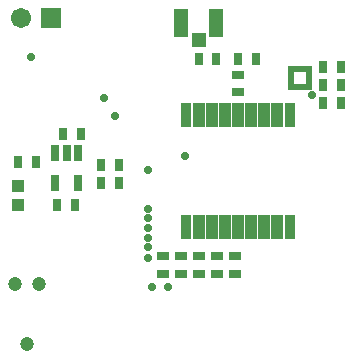
<source format=gbs>
G04*
G04 #@! TF.GenerationSoftware,Altium Limited,Altium Designer,19.0.14 (431)*
G04*
G04 Layer_Color=16711935*
%FSAX25Y25*%
%MOIN*%
G70*
G01*
G75*
%ADD49R,0.03162X0.04343*%
%ADD50R,0.04343X0.03162*%
%ADD58R,0.06706X0.06706*%
%ADD59R,0.04737X0.04737*%
%ADD60R,0.04934X0.09461*%
%ADD63C,0.06706*%
%ADD64C,0.04702*%
%ADD65C,0.02769*%
%ADD84R,0.02178X0.02276*%
%ADD85R,0.02276X0.02178*%
%ADD86R,0.03000X0.05800*%
%ADD87R,0.03950X0.03950*%
%ADD88R,0.03556X0.07887*%
%ADD89R,0.03950X0.07887*%
G36*
X0769402Y0628968D02*
Y0636055D01*
X0766646D01*
Y0628968D01*
X0769402D01*
D02*
G37*
G36*
X0773929D02*
Y0636055D01*
X0770780D01*
Y0628968D01*
X0773929D01*
D02*
G37*
G36*
X0778260D02*
Y0636055D01*
X0775110D01*
Y0628968D01*
X0778260D01*
D02*
G37*
G36*
X0782590D02*
Y0636055D01*
X0779441D01*
Y0628968D01*
X0782590D01*
D02*
G37*
G36*
X0786921D02*
Y0636055D01*
X0783772D01*
Y0628968D01*
X0786921D01*
D02*
G37*
G36*
X0791252D02*
Y0636055D01*
X0788102D01*
Y0628968D01*
X0791252D01*
D02*
G37*
G36*
X0795583D02*
Y0636055D01*
X0792433D01*
Y0628968D01*
X0795583D01*
D02*
G37*
G36*
X0799913D02*
Y0636055D01*
X0796764D01*
Y0628968D01*
X0799913D01*
D02*
G37*
G36*
X0804047D02*
Y0636055D01*
X0801291D01*
Y0628968D01*
X0804047D01*
D02*
G37*
G36*
X0766646Y0673457D02*
Y0666370D01*
X0769402D01*
Y0673457D01*
X0766646D01*
D02*
G37*
G36*
X0770780D02*
Y0666370D01*
X0773929D01*
Y0673457D01*
X0770780D01*
D02*
G37*
G36*
X0775110D02*
Y0666370D01*
X0778260D01*
Y0673457D01*
X0775110D01*
D02*
G37*
G36*
X0779441D02*
Y0666370D01*
X0782590D01*
Y0673457D01*
X0779441D01*
D02*
G37*
G36*
X0783772D02*
Y0666370D01*
X0786921D01*
Y0673457D01*
X0783772D01*
D02*
G37*
G36*
X0788102D02*
Y0666370D01*
X0791252D01*
Y0673457D01*
X0788102D01*
D02*
G37*
G36*
X0792433D02*
Y0666370D01*
X0795583D01*
Y0673457D01*
X0792433D01*
D02*
G37*
G36*
X0796764D02*
Y0666370D01*
X0799913D01*
Y0673457D01*
X0796764D01*
D02*
G37*
G36*
X0801291D02*
Y0666370D01*
X0804047D01*
Y0673457D01*
X0801291D01*
D02*
G37*
D49*
X0785347Y0688614D02*
D03*
X0791252D02*
D03*
X0819697Y0679894D02*
D03*
X0813791D02*
D03*
Y0685957D02*
D03*
X0819697D02*
D03*
Y0673752D02*
D03*
X0813791D02*
D03*
X0732984Y0663516D02*
D03*
X0727079D02*
D03*
X0739677Y0653279D02*
D03*
X0745583D02*
D03*
X0739677Y0647016D02*
D03*
X0745583D02*
D03*
X0731016Y0639894D02*
D03*
X0725110D02*
D03*
X0712118Y0654067D02*
D03*
X0718024D02*
D03*
X0778161Y0688417D02*
D03*
X0772256D02*
D03*
D50*
X0785347Y0683299D02*
D03*
Y0677394D02*
D03*
X0760445Y0622768D02*
D03*
Y0616862D02*
D03*
X0766350D02*
D03*
Y0622768D02*
D03*
X0772354D02*
D03*
Y0616862D02*
D03*
X0778358Y0622768D02*
D03*
Y0616862D02*
D03*
X0784461D02*
D03*
Y0622768D02*
D03*
D58*
X0722917Y0702098D02*
D03*
D59*
X0772256Y0694717D02*
D03*
D60*
X0778063Y0700622D02*
D03*
X0766449D02*
D03*
D63*
X0712917Y0702098D02*
D03*
D64*
X0719228Y0613378D02*
D03*
X0711228D02*
D03*
X0715228Y0593378D02*
D03*
D65*
X0762217Y0612335D02*
D03*
X0756606Y0612532D02*
D03*
X0716252Y0689106D02*
D03*
X0740646Y0675524D02*
D03*
X0744500Y0669520D02*
D03*
X0755524Y0651454D02*
D03*
X0755440Y0638516D02*
D03*
X0755370Y0635366D02*
D03*
Y0632020D02*
D03*
X0755379Y0628870D02*
D03*
X0755429Y0625819D02*
D03*
X0755526Y0622179D02*
D03*
X0767728Y0656035D02*
D03*
X0810136Y0676409D02*
D03*
D84*
X0807049Y0685120D02*
D03*
X0805081D02*
D03*
X0807049Y0679116D02*
D03*
X0805081D02*
D03*
D85*
X0809067Y0681134D02*
D03*
Y0683102D02*
D03*
X0803063Y0681134D02*
D03*
Y0683102D02*
D03*
X0809067Y0679165D02*
D03*
Y0685071D02*
D03*
X0803063D02*
D03*
Y0679165D02*
D03*
D86*
X0724560Y0647016D02*
D03*
X0731960D02*
D03*
Y0657217D02*
D03*
X0728260D02*
D03*
X0724560D02*
D03*
D87*
X0712118Y0646193D02*
D03*
Y0639894D02*
D03*
D88*
X0802669Y0632512D02*
D03*
X0768024D02*
D03*
Y0669913D02*
D03*
X0802669D02*
D03*
D89*
X0798339Y0632512D02*
D03*
X0794008D02*
D03*
X0789677D02*
D03*
X0785347D02*
D03*
X0781016D02*
D03*
X0776685D02*
D03*
X0772354D02*
D03*
Y0669913D02*
D03*
X0776685D02*
D03*
X0781016D02*
D03*
X0785347D02*
D03*
X0789677D02*
D03*
X0794008D02*
D03*
X0798339D02*
D03*
M02*

</source>
